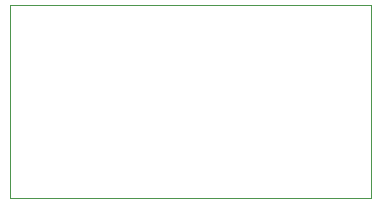
<source format=gbr>
%TF.GenerationSoftware,KiCad,Pcbnew,(6.0.7)*%
%TF.CreationDate,2023-04-08T21:33:57+09:00*%
%TF.ProjectId,motordriver,6d6f746f-7264-4726-9976-65722e6b6963,rev?*%
%TF.SameCoordinates,Original*%
%TF.FileFunction,Profile,NP*%
%FSLAX46Y46*%
G04 Gerber Fmt 4.6, Leading zero omitted, Abs format (unit mm)*
G04 Created by KiCad (PCBNEW (6.0.7)) date 2023-04-08 21:33:57*
%MOMM*%
%LPD*%
G01*
G04 APERTURE LIST*
%TA.AperFunction,Profile*%
%ADD10C,0.100000*%
%TD*%
G04 APERTURE END LIST*
D10*
X158625300Y-90577000D02*
X128043700Y-90577000D01*
X128043700Y-90577000D02*
X128043700Y-106883800D01*
X128043700Y-106883800D02*
X158625300Y-106883800D01*
X158625300Y-106883800D02*
X158625300Y-90577000D01*
M02*

</source>
